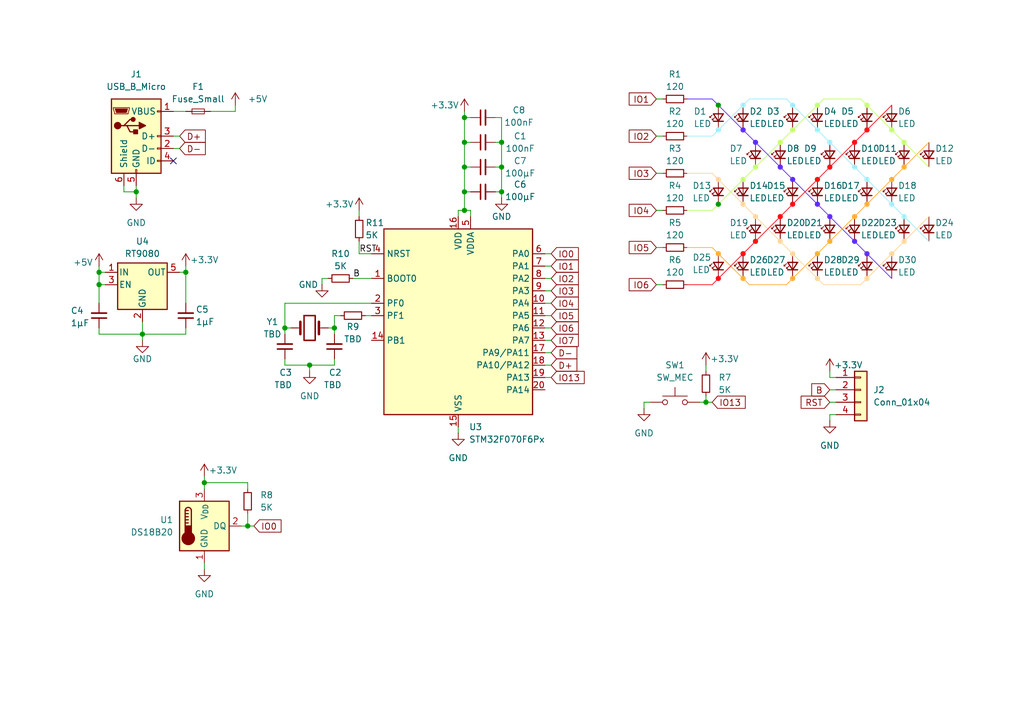
<source format=kicad_sch>
(kicad_sch (version 20231120) (generator "eeschema") (generator_version "8.0")
  (paper "A5")
  (title_block (date "2024-12-14") (rev "1"))
  (lib_symbols
    (symbol "Connector:USB_B_Micro" (pin_names (offset 1.016))
      (property "Reference" "J" (at -5.08 11.43 0))
      (property "Value" "USB_B_Micro" (at -5.08 8.89 0))
      (symbol "USB_B_Micro_0_1"
        (rectangle (start -5.08 -7.62) (end 5.08 7.62) (stroke (width 0.254)) (fill (type background)))
        (circle (center -3.81 2.159) (radius 0.635) (stroke (width 0.254)) (fill (type outline)))
        (circle (center -0.635 3.429) (radius 0.381) (stroke (width 0.254)) (fill (type outline)))
        (rectangle (start -0.127 -7.62) (end 0.127 -6.858))
        (polyline (pts (xy -1.905 2.159) (xy 0.635 2.159)) (stroke (width 0.254)))
        (polyline (pts (xy -3.175 2.159) (xy -2.54 2.159) (xy -1.27 3.429) (xy -0.635 3.429)) (stroke (width 0.254)))
        (polyline (pts (xy -2.54 2.159) (xy -1.905 2.159) (xy -1.27 0.889) (xy 0 0.889)) (stroke (width 0.254)))
        (polyline (pts (xy 0.635 2.794) (xy 0.635 1.524) (xy 1.905 2.159) (xy 0.635 2.794)) (stroke (width 0.254)) (fill (type outline)))
        (polyline (pts (xy -4.318 5.588) (xy -1.778 5.588) (xy -2.032 4.826) (xy -4.064 4.826) (xy -4.318 5.588)) (fill (type outline)))
        (polyline (pts (xy -4.699 5.842) (xy -4.699 5.588) (xy -4.445 4.826) (xy -4.445 4.572) (xy -1.651 4.572) (xy -1.651 4.826) (xy -1.397 5.588) (xy -1.397 5.842) (xy -4.699 5.842)))
        (rectangle (start 0.254 1.27) (end -0.508 0.508) (stroke (width 0.254)) (fill (type outline)))
        (rectangle (start 5.08 -5.207) (end 4.318 -4.953))
        (rectangle (start 5.08 -2.667) (end 4.318 -2.413))
        (rectangle (start 5.08 -0.127) (end 4.318 0.127))
        (rectangle (start 5.08 4.953) (end 4.318 5.207))
      )
      (symbol "USB_B_Micro_1_1"
        (pin power_out line (at 7.62 5.08 180) (length 2.54) (name "VBUS") (number "1"))
        (pin bidirectional line (at 7.62 -2.54 180) (length 2.54) (name "D-") (number "2"))
        (pin bidirectional line (at 7.62 0 180) (length 2.54) (name "D+") (number "3"))
        (pin passive line (at 7.62 -5.08 180) (length 2.54) (name "ID") (number "4"))
        (pin power_out line (at 0 -10.16 90) (length 2.54) (name "GND") (number "5"))
        (pin passive line (at -2.54 -10.16 90) (length 2.54) (name "Shield") (number "6"))
      )
    )
    (symbol "Connector_Generic:Conn_01x04" (pin_names (offset 1.016) hide)
      (property "Reference" "J" (at 0 5.08 0))
      (property "Value" "Conn_01x04" (at 0 -7.62 0))
      (symbol "Conn_01x04_1_1"
        (rectangle (start -1.27 -4.953) (end 0 -5.207) (stroke (width 0.1524)))
        (rectangle (start -1.27 -2.413) (end 0 -2.667) (stroke (width 0.1524)))
        (rectangle (start -1.27 0.127) (end 0 -0.127) (stroke (width 0.1524)))
        (rectangle (start -1.27 2.667) (end 0 2.413) (stroke (width 0.1524)))
        (rectangle (start -1.27 3.81) (end 1.27 -6.35) (stroke (width 0.254)) (fill (type background)))
        (pin passive line (at -5.08 2.54 0) (length 3.81) (name "Pin_1") (number "1"))
        (pin passive line (at -5.08 0 0) (length 3.81) (name "Pin_2") (number "2"))
        (pin passive line (at -5.08 -2.54 0) (length 3.81) (name "Pin_3") (number "3"))
        (pin passive line (at -5.08 -5.08 0) (length 3.81) (name "Pin_4") (number "4"))
      )
    )
    (symbol "Device:C_Small" (pin_numbers hide) (pin_names (offset 0.254) hide)
      (property "Reference" "C" (at 0.254 1.778 0))
      (property "Value" "C_Small" (at 0.254 -2.032 0))
      (symbol "C_Small_0_1"
        (polyline (pts (xy -1.524 -0.508) (xy 1.524 -0.508)) (stroke (width 0.3302)))
        (polyline (pts (xy -1.524 0.508) (xy 1.524 0.508)) (stroke (width 0.3048)))
      )
      (symbol "C_Small_1_1"
        (pin passive line (at 0 2.54 270) (length 2.032) (name "~") (number "1"))
        (pin passive line (at 0 -2.54 90) (length 2.032) (name "~") (number "2"))
      )
    )
    (symbol "Device:Crystal" (pin_numbers hide) (pin_names (offset 1.016) hide)
      (property "Reference" "Y" (at 0 3.81 0))
      (property "Value" "Crystal" (at 0 -3.81 0))
      (symbol "Crystal_0_1"
        (rectangle (start -1.143 2.54) (end 1.143 -2.54) (stroke (width 0.3048)))
        (polyline (pts (xy -2.54 0) (xy -1.905 0)))
        (polyline (pts (xy -1.905 -1.27) (xy -1.905 1.27)) (stroke (width 0.508)))
        (polyline (pts (xy 1.905 -1.27) (xy 1.905 1.27)) (stroke (width 0.508)))
        (polyline (pts (xy 2.54 0) (xy 1.905 0)))
      )
      (symbol "Crystal_1_1"
        (pin passive line (at -3.81 0 0) (length 1.27) (name "1") (number "1"))
        (pin passive line (at 3.81 0 180) (length 1.27) (name "2") (number "2"))
      )
    )
    (symbol "Device:Fuse_Small" (pin_numbers hide) (pin_names (offset 0.254) hide)
      (property "Reference" "F" (at 0 -1.524 0))
      (property "Value" "Fuse_Small" (at 0 1.524 0))
      (symbol "Fuse_Small_0_1"
        (rectangle (start -1.27 0.508) (end 1.27 -0.508))
        (polyline (pts (xy -1.27 0) (xy 1.27 0)))
      )
      (symbol "Fuse_Small_1_1"
        (pin passive line (at -2.54 0 0) (length 1.27) (name "~") (number "1"))
        (pin passive line (at 2.54 0 180) (length 1.27) (name "~") (number "2"))
      )
    )
    (symbol "Device:LED_Small" (pin_numbers hide) (pin_names (offset 0.254) hide)
      (property "Reference" "D" (at -1.27 3.175 0))
      (property "Value" "LED_Small" (at -4.445 -2.54 0))
      (symbol "LED_Small_0_1"
        (polyline (pts (xy -0.762 -1.016) (xy -0.762 1.016)) (stroke (width 0.254)))
        (polyline (pts (xy 1.016 0) (xy -0.762 0)))
        (polyline (pts (xy 0.762 -1.016) (xy -0.762 0) (xy 0.762 1.016) (xy 0.762 -1.016)) (stroke (width 0.254)))
        (polyline (pts (xy 0 0.762) (xy -0.508 1.27) (xy -0.254 1.27) (xy -0.508 1.27) (xy -0.508 1.016)))
        (polyline (pts (xy 0.508 1.27) (xy 0 1.778) (xy 0.254 1.778) (xy 0 1.778) (xy 0 1.524)))
      )
      (symbol "LED_Small_1_1"
        (pin passive line (at -2.54 0 0) (length 1.778) (name "K") (number "1"))
        (pin passive line (at 2.54 0 180) (length 1.778) (name "A") (number "2"))
      )
    )
    (symbol "Device:R_Small" (pin_numbers hide) (pin_names (offset 0.254) hide)
      (property "Reference" "R" (at 0.762 0.508 0))
      (property "Value" "R_Small" (at 0.762 -1.016 0))
      (symbol "R_Small_0_1"
        (rectangle (start -0.762 1.778) (end 0.762 -1.778) (stroke (width 0.2032)))
      )
      (symbol "R_Small_1_1"
        (pin passive line (at 0 2.54 270) (length 0.762) (name "~") (number "1"))
        (pin passive line (at 0 -2.54 90) (length 0.762) (name "~") (number "2"))
      )
    )
    (symbol "MCU_ST_STM32F0:STM32F070F6Px"
      (property "Reference" "U" (at -15.24 21.59 0))
      (property "Value" "STM32F070F6Px" (at 5.08 21.59 0))
      (symbol "STM32F070F6Px_0_1"
        (rectangle (start -15.24 -17.78) (end 15.24 20.32) (stroke (width 0.254)) (fill (type background)))
      )
      (symbol "STM32F070F6Px_1_1"
        (pin input line (at -17.78 10.16 0) (length 2.54) (name "BOOT0") (number "1"))
        (pin bidirectional line (at 17.78 5.08 180) (length 2.54) (name "PA4") (number "10"))
        (pin bidirectional line (at 17.78 2.54 180) (length 2.54) (name "PA5") (number "11"))
        (pin bidirectional line (at 17.78 0 180) (length 2.54) (name "PA6") (number "12"))
        (pin bidirectional line (at 17.78 -2.54 180) (length 2.54) (name "PA7") (number "13"))
        (pin bidirectional line (at -17.78 -2.54 0) (length 2.54) (name "PB1") (number "14"))
        (pin power_in line (at 0 -20.32 90) (length 2.54) (name "VSS") (number "15"))
        (pin power_in line (at 0 22.86 270) (length 2.54) (name "VDD") (number "16"))
        (pin bidirectional line (at 17.78 -5.08 180) (length 2.54) (name "PA9/PA11") (number "17"))
        (pin bidirectional line (at 17.78 -7.62 180) (length 2.54) (name "PA10/PA12") (number "18"))
        (pin bidirectional line (at 17.78 -10.16 180) (length 2.54) (name "PA13") (number "19"))
        (pin bidirectional line (at -17.78 5.08 0) (length 2.54) (name "PF0") (number "2"))
        (pin bidirectional line (at 17.78 -12.7 180) (length 2.54) (name "PA14") (number "20"))
        (pin bidirectional line (at -17.78 2.54 0) (length 2.54) (name "PF1") (number "3"))
        (pin input line (at -17.78 15.24 0) (length 2.54) (name "NRST") (number "4"))
        (pin power_in line (at 2.54 22.86 270) (length 2.54) (name "VDDA") (number "5"))
        (pin bidirectional line (at 17.78 15.24 180) (length 2.54) (name "PA0") (number "6"))
        (pin bidirectional line (at 17.78 12.7 180) (length 2.54) (name "PA1") (number "7"))
        (pin bidirectional line (at 17.78 10.16 180) (length 2.54) (name "PA2") (number "8"))
        (pin bidirectional line (at 17.78 7.62 180) (length 2.54) (name "PA3") (number "9"))
      )
    )
    (symbol "Regulator_Linear:TLV75533PDBV" (pin_names (offset 0.254))
      (property "Reference" "U" (at -3.81 5.715 0))
      (property "Value" "TLV75533PDBV" (at 0 5.715 0))
      (symbol "TLV75533PDBV_0_1"
        (rectangle (start -5.08 4.445) (end 5.08 -5.08) (stroke (width 0.254)) (fill (type background)))
      )
      (symbol "TLV75533PDBV_1_1"
        (pin power_in line (at -7.62 2.54 0) (length 2.54) (name "IN") (number "1"))
        (pin power_in line (at 0 -7.62 90) (length 2.54) (name "GND") (number "2"))
        (pin input line (at -7.62 0 0) (length 2.54) (name "EN") (number "3"))
        (pin no_connect line (at 5.08 0 180) (length 2.54) hide (name "NC") (number "4"))
        (pin power_out line (at 7.62 2.54 180) (length 2.54) (name "OUT") (number "5"))
      )
    )
    (symbol "Sensor_Temperature:DS18B20"
      (property "Reference" "U" (at -3.81 6.35 0))
      (property "Value" "DS18B20" (at 6.35 6.35 0))
      (symbol "DS18B20_0_1"
        (rectangle (start -5.08 5.08) (end 5.08 -5.08) (stroke (width 0.254)) (fill (type background)))
        (circle (center -3.302 -2.54) (radius 1.27) (stroke (width 0.254)) (fill (type outline)))
        (rectangle (start -2.667 -1.905) (end -3.937 0) (stroke (width 0.254)) (fill (type outline)))
        (arc (start -2.667 3.175) (mid -3.302 3.8073) (end -3.937 3.175) (stroke (width 0.254)))
        (polyline (pts (xy -3.937 0.635) (xy -3.302 0.635)) (stroke (width 0.254)))
        (polyline (pts (xy -3.937 1.27) (xy -3.302 1.27)) (stroke (width 0.254)))
        (polyline (pts (xy -3.937 1.905) (xy -3.302 1.905)) (stroke (width 0.254)))
        (polyline (pts (xy -3.937 2.54) (xy -3.302 2.54)) (stroke (width 0.254)))
        (polyline (pts (xy -3.937 3.175) (xy -3.937 0)) (stroke (width 0.254)))
        (polyline (pts (xy -3.937 3.175) (xy -3.302 3.175)) (stroke (width 0.254)))
        (polyline (pts (xy -2.667 3.175) (xy -2.667 0)) (stroke (width 0.254)))
      )
      (symbol "DS18B20_1_1"
        (pin power_in line (at 0 -7.62 90) (length 2.54) (name "GND") (number "1"))
        (pin bidirectional line (at 7.62 0 180) (length 2.54) (name "DQ") (number "2"))
        (pin power_in line (at 0 7.62 270) (length 2.54) (name "V_{DD}") (number "3"))
      )
    )
    (symbol "Switch:SW_MEC_5G" (pin_numbers hide) (pin_names (offset 1.016) hide)
      (property "Reference" "SW" (at 1.27 2.54 0))
      (property "Value" "SW_MEC_5G" (at 0 -1.524 0))
      (symbol "SW_MEC_5G_0_1"
        (circle (center -2.032 0) (radius 0.508))
        (polyline (pts (xy 0 1.27) (xy 0 3.048)))
        (polyline (pts (xy 2.54 1.27) (xy -2.54 1.27)))
        (circle (center 2.032 0) (radius 0.508))
        (pin passive line (at -5.08 0 0) (length 2.54) (name "A") (number "1"))
        (pin passive line (at 5.08 0 180) (length 2.54) (name "B") (number "3"))
      )
      (symbol "SW_MEC_5G_1_1"
        (pin passive line (at -5.08 0 0) (length 2.54) hide (name "A") (number "2"))
        (pin passive line (at 5.08 0 180) (length 2.54) hide (name "B") (number "4"))
      )
    )
    (symbol "power:+3.3V" (power) (pin_names (offset 0))
      (property "Value" "+3.3V" (at 0 3.556 0))
      (symbol "+3.3V_0_1"
        (polyline (pts (xy -0.762 1.27) (xy 0 2.54)))
        (polyline (pts (xy 0 0) (xy 0 2.54)))
        (polyline (pts (xy 0 2.54) (xy 0.762 1.27)))
      )
      (symbol "+3.3V_1_1"
        (pin power_in line (at 0 0 90) (length 0) hide (name "+3.3V") (number "1"))
      )
    )
    (symbol "power:+5V" (power) (pin_numbers hide) (pin_names (offset 0) hide)
      (property "Value" "+5V" (at 0 3.556 0))
      (symbol "+5V_0_1"
        (polyline (pts (xy -0.762 1.27) (xy 0 2.54)))
        (polyline (pts (xy 0 0) (xy 0 2.54)))
        (polyline (pts (xy 0 2.54) (xy 0.762 1.27)))
      )
      (symbol "+5V_1_1"
        (pin power_in line (at 0 0 90) (length 0) (name "~") (number "1"))
      )
    )
    (symbol "power:GND" (power) (pin_numbers hide) (pin_names (offset 0) hide)
      (property "Value" "GND" (at 0 -3.81 0))
      (symbol "GND_0_1"
        (polyline (pts (xy 0 0) (xy 0 -1.27) (xy 1.27 -1.27) (xy 0 -2.54) (xy -1.27 -1.27) (xy 0 -1.27)))
      )
      (symbol "GND_1_1"
        (pin power_in line (at 0 0 270) (length 0) (name "~") (number "1"))
      )
    )
  )
  (junction (at 170.18 34.29) (color 255 11 16 1))
  (junction (at 152.4 36.83) (color 194 255 111 1))
  (junction (at 20.32 55.88))
  (junction (at 182.88 36.83) (color 255 171 53 1))
  (junction (at 50.8 107.95))
  (junction (at 162.56 36.83) (color 91 41 255 1))
  (junction (at 177.8 52.07) (color 91 41 255 1))
  (junction (at 160.02 34.29) (color 91 41 255 1))
  (junction (at 147.32 21.59))
  (junction (at 182.88 26.67) (color 194 255 111 1))
  (junction (at 162.56 26.67) (color 194 255 111 1))
  (junction (at 152.4 57.15) (color 255 171 53 1))
  (junction (at 29.21 68.58))
  (junction (at 63.5 74.93))
  (junction (at 167.64 26.67) (color 159 236 255 1))
  (junction (at 147.32 41.91))
  (junction (at 185.42 49.53) (color 255 212 152 1))
  (junction (at 147.32 36.83) (color 255 212 152 1))
  (junction (at 167.64 41.91) (color 91 41 255 1))
  (junction (at 167.64 36.83) (color 255 11 16 1))
  (junction (at 152.4 41.91) (color 255 212 152 1))
  (junction (at 147.32 52.07) (color 255 171 53 1))
  (junction (at 177.8 21.59) (color 194 255 111 1))
  (junction (at 167.64 21.59) (color 194 255 111 1))
  (junction (at 175.26 34.29) (color 159 236 255 1))
  (junction (at 154.94 29.21) (color 91 41 255 1))
  (junction (at 95.25 34.29))
  (junction (at 144.78 82.55))
  (junction (at 102.87 39.37))
  (junction (at 162.56 57.15) (color 255 171 53 1))
  (junction (at 170.18 29.21) (color 159 236 255 1))
  (junction (at 175.26 44.45) (color 255 171 53 1))
  (junction (at 177.8 41.91) (color 255 171 53 1))
  (junction (at 68.58 67.31))
  (junction (at 152.4 52.07) (color 255 11 16 1))
  (junction (at 27.94 39.37))
  (junction (at 182.88 41.91) (color 159 236 255 1))
  (junction (at 154.94 34.29) (color 194 255 111 1))
  (junction (at 185.42 44.45) (color 159 236 255 1))
  (junction (at 102.87 29.21))
  (junction (at 167.64 57.15) (color 255 212 152 1))
  (junction (at 167.64 52.07) (color 255 171 53 1))
  (junction (at 160.02 49.53) (color 255 212 152 1))
  (junction (at 95.25 39.37))
  (junction (at 162.56 21.59) (color 159 236 255 1))
  (junction (at 41.91 99.06))
  (junction (at 170.18 44.45) (color 91 41 255 1))
  (junction (at 185.42 29.21) (color 194 255 111 1))
  (junction (at 38.1 55.88))
  (junction (at 175.26 29.21) (color 255 11 16 1))
  (junction (at 182.88 52.07) (color 255 212 152 1))
  (junction (at 177.8 26.67) (color 255 11 16 1))
  (junction (at 162.56 41.91) (color 255 11 16 1))
  (junction (at 95.25 43.18))
  (junction (at 177.8 36.83) (color 159 236 255 1))
  (junction (at 170.18 49.53) (color 255 171 53 1))
  (junction (at 147.32 57.15) (color 255 11 16 1))
  (junction (at 152.4 21.59) (color 159 236 255 1))
  (junction (at 152.4 26.67) (color 91 41 255 1))
  (junction (at 58.42 67.31))
  (junction (at 177.8 57.15) (color 255 212 152 1))
  (junction (at 160.02 44.45) (color 255 11 16 1))
  (junction (at 162.56 52.07) (color 255 212 152 1))
  (junction (at 154.94 44.45) (color 255 212 152 1))
  (junction (at 95.25 29.21))
  (junction (at 95.25 24.13))
  (junction (at 147.32 26.67) (color 159 236 255 1))
  (junction (at 160.02 29.21) (color 194 255 111 1))
  (junction (at 175.26 49.53) (color 91 41 255 1))
  (junction (at 102.87 34.29))
  (junction (at 20.32 58.42))
  (junction (at 185.42 34.29) (color 255 171 53 1))
  (junction (at 154.94 49.53) (color 255 11 16 1))
  (no_connect (at 35.56 33.02))
  (wire (pts (xy 73.66 49.53) (xy 73.66 52.07)))
  (wire (pts (xy 101.6 39.37) (xy 102.87 39.37)))
  (wire (pts (xy 101.6 24.13) (xy 102.87 24.13)))
  (wire (pts (xy 182.88 41.91) (xy 185.42 44.45)) (stroke (width 0) (color 159 236 255 1)))
  (wire (pts (xy 170.18 86.36) (xy 170.18 85.09)))
  (wire (pts (xy 160.02 29.21) (xy 154.94 34.29)) (stroke (width 0) (color 194 255 111 1)))
  (wire (pts (xy 95.25 29.21) (xy 96.52 29.21)))
  (wire (pts (xy 171.45 85.09) (xy 170.18 85.09)))
  (wire (pts (xy 153.67 20.32) (xy 161.29 20.32)) (stroke (width 0) (color 159 236 255 1)))
  (wire (pts (xy 102.87 29.21) (xy 102.87 34.29)))
  (wire (pts (xy 95.25 43.18) (xy 93.98 43.18)))
  (wire (pts (xy 38.1 62.23) (xy 38.1 55.88)))
  (wire (pts (xy 69.85 64.77) (xy 68.58 64.77)))
  (wire (pts (xy 38.1 55.88) (xy 36.83 55.88)))
  (wire (pts (xy 175.26 34.29) (xy 177.8 36.83)) (stroke (width 0) (color 159 236 255 1)))
  (wire (pts (xy 38.1 54.61) (xy 38.1 55.88)))
  (wire (pts (xy 27.94 38.1) (xy 27.94 39.37)))
  (wire (pts (xy 140.97 58.42) (xy 146.05 58.42)) (stroke (width 0) (color 255 11 16 1)))
  (wire (pts (xy 63.5 74.93) (xy 63.5 76.2)))
  (wire (pts (xy 146.05 35.56) (xy 147.32 36.83)) (stroke (width 0) (color 255 212 152 1)))
  (wire (pts (xy 162.56 21.59) (xy 167.64 26.67)) (stroke (width 0) (color 159 236 255 1)))
  (wire (pts (xy 58.42 73.66) (xy 58.42 74.93)))
  (wire (pts (xy 113.03 59.69) (xy 111.76 59.69)))
  (wire (pts (xy 113.03 77.47) (xy 111.76 77.47)))
  (wire (pts (xy 177.8 21.59) (xy 182.88 26.67)) (stroke (width 0) (color 194 255 111 1)))
  (wire (pts (xy 185.42 49.53) (xy 190.5 44.45)) (stroke (width 0) (color 255 212 152 1)))
  (wire (pts (xy 58.42 67.31) (xy 58.42 68.58)))
  (wire (pts (xy 113.03 69.85) (xy 111.76 69.85)))
  (wire (pts (xy 154.94 34.29) (xy 152.4 36.83)) (stroke (width 0) (color 194 255 111 1)))
  (wire (pts (xy 167.64 52.07) (xy 162.56 57.15)) (stroke (width 0) (color 255 171 53 1)))
  (wire (pts (xy 134.62 43.18) (xy 135.89 43.18)))
  (wire (pts (xy 147.32 57.15) (xy 152.4 52.07)) (stroke (width 0) (color 255 11 16 1)))
  (wire (pts (xy 50.8 99.06) (xy 50.8 100.33)))
  (wire (pts (xy 95.25 29.21) (xy 95.25 34.29)))
  (wire (pts (xy 170.18 34.29) (xy 175.26 29.21)) (stroke (width 0) (color 255 11 16 1)))
  (wire (pts (xy 153.67 58.42) (xy 152.4 57.15)) (stroke (width 0) (color 255 171 53 1)))
  (wire (pts (xy 113.03 64.77) (xy 111.76 64.77)))
  (wire (pts (xy 96.52 43.18) (xy 96.52 44.45)))
  (wire (pts (xy 154.94 44.45) (xy 160.02 49.53)) (stroke (width 0) (color 255 212 152 1)))
  (wire (pts (xy 68.58 67.31) (xy 68.58 64.77)))
  (wire (pts (xy 20.32 67.31) (xy 20.32 68.58)))
  (wire (pts (xy 147.32 36.83) (xy 152.4 41.91)) (stroke (width 0) (color 255 212 152 1)))
  (wire (pts (xy 132.08 82.55) (xy 133.35 82.55)))
  (wire (pts (xy 185.42 29.21) (xy 190.5 34.29)) (stroke (width 0) (color 194 255 111 1)))
  (wire (pts (xy 113.03 67.31) (xy 111.76 67.31)))
  (wire (pts (xy 134.62 27.94) (xy 135.89 27.94)))
  (wire (pts (xy 147.32 41.91) (xy 146.05 43.18)) (stroke (width 0) (color 194 255 111 1)))
  (wire (pts (xy 167.64 21.59) (xy 168.91 20.32)) (stroke (width 0) (color 194 255 111 1)))
  (wire (pts (xy 167.64 57.15) (xy 168.91 58.42)) (stroke (width 0) (color 255 212 152 1)))
  (wire (pts (xy 152.4 52.07) (xy 154.94 49.53)) (stroke (width 0) (color 255 11 16 1)))
  (wire (pts (xy 152.4 36.83) (xy 147.32 41.91)) (stroke (width 0) (color 194 255 111 1)))
  (wire (pts (xy 95.25 39.37) (xy 96.52 39.37)))
  (wire (pts (xy 25.4 39.37) (xy 27.94 39.37)))
  (wire (pts (xy 95.25 34.29) (xy 96.52 34.29)))
  (wire (pts (xy 175.26 49.53) (xy 177.8 52.07)) (stroke (width 0) (color 91 41 255 1)))
  (wire (pts (xy 182.88 52.07) (xy 185.42 49.53)) (stroke (width 0) (color 255 212 152 1)))
  (wire (pts (xy 134.62 50.8) (xy 135.89 50.8)))
  (wire (pts (xy 95.25 43.18) (xy 96.52 43.18)))
  (wire (pts (xy 162.56 52.07) (xy 167.64 57.15)) (stroke (width 0) (color 255 212 152 1)))
  (wire (pts (xy 140.97 50.8) (xy 146.05 50.8)) (stroke (width 0) (color 255 171 53 1)))
  (wire (pts (xy 177.8 57.15) (xy 182.88 52.07)) (stroke (width 0) (color 255 212 152 1)))
  (wire (pts (xy 101.6 34.29) (xy 102.87 34.29)))
  (wire (pts (xy 160.02 44.45) (xy 162.56 41.91)) (stroke (width 0) (color 255 11 16 1)))
  (wire (pts (xy 147.32 21.59) (xy 146.05 20.32)) (stroke (width 0) (color 91 41 255 1)))
  (wire (pts (xy 59.69 67.31) (xy 58.42 67.31)))
  (wire (pts (xy 167.64 41.91) (xy 170.18 44.45)) (stroke (width 0) (color 91 41 255 1)))
  (wire (pts (xy 140.97 35.56) (xy 146.05 35.56)) (stroke (width 0) (color 255 212 152 1)))
  (wire (pts (xy 68.58 67.31) (xy 68.58 68.58)))
  (wire (pts (xy 176.53 20.32) (xy 177.8 21.59)) (stroke (width 0) (color 194 255 111 1)))
  (wire (pts (xy 160.02 34.29) (xy 162.56 36.83)) (stroke (width 0) (color 91 41 255 1)))
  (wire (pts (xy 140.97 20.32) (xy 146.05 20.32)) (stroke (width 0) (color 91 41 255 1)))
  (wire (pts (xy 190.5 29.21) (xy 185.42 34.29)) (stroke (width 0) (color 255 171 53 1)))
  (wire (pts (xy 146.05 27.94) (xy 147.32 26.67)) (stroke (width 0) (color 159 236 255 1)))
  (wire (pts (xy 144.78 81.28) (xy 144.78 82.55)))
  (wire (pts (xy 20.32 55.88) (xy 20.32 58.42)))
  (wire (pts (xy 36.83 27.94) (xy 35.56 27.94)))
  (wire (pts (xy 72.39 57.15) (xy 76.2 57.15)))
  (wire (pts (xy 167.64 21.59) (xy 162.56 26.67)) (stroke (width 0) (color 194 255 111 1)))
  (wire (pts (xy 113.03 62.23) (xy 111.76 62.23)))
  (wire (pts (xy 49.53 107.95) (xy 50.8 107.95)))
  (wire (pts (xy 144.78 82.55) (xy 146.05 82.55)))
  (wire (pts (xy 66.04 58.42) (xy 66.04 57.15)))
  (wire (pts (xy 95.25 22.86) (xy 95.25 24.13)))
  (wire (pts (xy 95.25 24.13) (xy 95.25 29.21)))
  (wire (pts (xy 134.62 20.32) (xy 135.89 20.32)))
  (wire (pts (xy 170.18 49.53) (xy 167.64 52.07)) (stroke (width 0) (color 255 171 53 1)))
  (wire (pts (xy 102.87 24.13) (xy 102.87 29.21)))
  (wire (pts (xy 185.42 34.29) (xy 182.88 36.83)) (stroke (width 0) (color 255 171 53 1)))
  (wire (pts (xy 154.94 29.21) (xy 160.02 34.29)) (stroke (width 0) (color 91 41 255 1)))
  (wire (pts (xy 162.56 41.91) (xy 167.64 36.83)) (stroke (width 0) (color 255 11 16 1)))
  (wire (pts (xy 29.21 66.04) (xy 29.21 68.58)))
  (wire (pts (xy 38.1 22.86) (xy 35.56 22.86)))
  (wire (pts (xy 25.4 38.1) (xy 25.4 39.37)))
  (wire (pts (xy 20.32 58.42) (xy 21.59 58.42)))
  (wire (pts (xy 176.53 58.42) (xy 177.8 57.15)) (stroke (width 0) (color 255 212 152 1)))
  (wire (pts (xy 95.25 39.37) (xy 95.25 43.18)))
  (wire (pts (xy 175.26 44.45) (xy 170.18 49.53)) (stroke (width 0) (color 255 171 53 1)))
  (wire (pts (xy 144.78 74.93) (xy 144.78 76.2)))
  (wire (pts (xy 170.18 76.2) (xy 170.18 77.47)))
  (wire (pts (xy 154.94 49.53) (xy 160.02 44.45)) (stroke (width 0) (color 255 11 16 1)))
  (wire (pts (xy 147.32 52.07) (xy 146.05 50.8)) (stroke (width 0) (color 255 171 53 1)))
  (wire (pts (xy 162.56 36.83) (xy 167.64 41.91)) (stroke (width 0) (color 91 41 255 1)))
  (wire (pts (xy 152.4 21.59) (xy 153.67 20.32)) (stroke (width 0) (color 159 236 255 1)))
  (wire (pts (xy 140.97 27.94) (xy 146.05 27.94)) (stroke (width 0) (color 159 236 255 1)))
  (wire (pts (xy 73.66 52.07) (xy 76.2 52.07)))
  (wire (pts (xy 58.42 62.23) (xy 58.42 67.31)))
  (wire (pts (xy 177.8 52.07) (xy 182.88 57.15)) (stroke (width 0) (color 91 41 255 1)))
  (wire (pts (xy 134.62 35.56) (xy 135.89 35.56)))
  (wire (pts (xy 58.42 62.23) (xy 76.2 62.23)))
  (wire (pts (xy 177.8 36.83) (xy 182.88 41.91)) (stroke (width 0) (color 159 236 255 1)))
  (wire (pts (xy 152.4 26.67) (xy 154.94 29.21)) (stroke (width 0) (color 91 41 255 1)))
  (wire (pts (xy 95.25 34.29) (xy 95.25 39.37)))
  (wire (pts (xy 66.04 57.15) (xy 67.31 57.15)))
  (wire (pts (xy 20.32 55.88) (xy 21.59 55.88)))
  (wire (pts (xy 68.58 74.93) (xy 63.5 74.93)))
  (wire (pts (xy 167.64 26.67) (xy 170.18 29.21)) (stroke (width 0) (color 159 236 255 1)))
  (wire (pts (xy 93.98 43.18) (xy 93.98 44.45)))
  (wire (pts (xy 170.18 80.01) (xy 171.45 80.01)))
  (wire (pts (xy 74.93 64.77) (xy 76.2 64.77)))
  (wire (pts (xy 113.03 72.39) (xy 111.76 72.39)))
  (wire (pts (xy 50.8 105.41) (xy 50.8 107.95)))
  (wire (pts (xy 177.8 41.91) (xy 175.26 44.45)) (stroke (width 0) (color 255 171 53 1)))
  (wire (pts (xy 182.88 26.67) (xy 185.42 29.21)) (stroke (width 0) (color 194 255 111 1)))
  (wire (pts (xy 185.42 44.45) (xy 190.5 49.53)) (stroke (width 0) (color 159 236 255 1)))
  (wire (pts (xy 177.8 26.67) (xy 182.88 21.59)) (stroke (width 0) (color 255 11 16 1)))
  (wire (pts (xy 168.91 58.42) (xy 176.53 58.42)) (stroke (width 0) (color 255 212 152 1)))
  (wire (pts (xy 48.26 21.59) (xy 48.26 22.86)))
  (wire (pts (xy 140.97 43.18) (xy 146.05 43.18)) (stroke (width 0) (color 194 255 111 1)))
  (wire (pts (xy 182.88 36.83) (xy 177.8 41.91)) (stroke (width 0) (color 255 171 53 1)))
  (wire (pts (xy 170.18 82.55) (xy 171.45 82.55)))
  (wire (pts (xy 170.18 77.47) (xy 171.45 77.47)))
  (wire (pts (xy 113.03 57.15) (xy 111.76 57.15)))
  (wire (pts (xy 73.66 43.18) (xy 73.66 44.45)))
  (wire (pts (xy 50.8 107.95) (xy 52.07 107.95)))
  (wire (pts (xy 36.83 30.48) (xy 35.56 30.48)))
  (wire (pts (xy 153.67 58.42) (xy 161.29 58.42)) (stroke (width 0) (color 255 171 53 1)))
  (wire (pts (xy 38.1 67.31) (xy 38.1 68.58)))
  (wire (pts (xy 160.02 49.53) (xy 162.56 52.07)) (stroke (width 0) (color 255 212 152 1)))
  (wire (pts (xy 102.87 39.37) (xy 102.87 40.64)))
  (wire (pts (xy 93.98 87.63) (xy 93.98 88.9)))
  (wire (pts (xy 101.6 29.21) (xy 102.87 29.21)))
  (wire (pts (xy 147.32 26.67) (xy 152.4 21.59)) (stroke (width 0) (color 159 236 255 1)))
  (wire (pts (xy 113.03 54.61) (xy 111.76 54.61)))
  (wire (pts (xy 27.94 40.64) (xy 27.94 39.37)))
  (wire (pts (xy 167.64 36.83) (xy 170.18 34.29)) (stroke (width 0) (color 255 11 16 1)))
  (wire (pts (xy 68.58 73.66) (xy 68.58 74.93)))
  (wire (pts (xy 113.03 52.07) (xy 111.76 52.07)))
  (wire (pts (xy 134.62 58.42) (xy 135.89 58.42)))
  (wire (pts (xy 170.18 29.21) (xy 175.26 34.29)) (stroke (width 0) (color 159 236 255 1)))
  (wire (pts (xy 102.87 34.29) (xy 102.87 39.37)))
  (wire (pts (xy 132.08 83.82) (xy 132.08 82.55)))
  (wire (pts (xy 143.51 82.55) (xy 144.78 82.55)))
  (wire (pts (xy 161.29 20.32) (xy 162.56 21.59)) (stroke (width 0) (color 159 236 255 1)))
  (wire (pts (xy 63.5 74.93) (xy 58.42 74.93)))
  (wire (pts (xy 168.91 20.32) (xy 176.53 20.32)) (stroke (width 0) (color 194 255 111 1)))
  (wire (pts (xy 146.05 58.42) (xy 147.32 57.15)) (stroke (width 0) (color 255 11 16 1)))
  (wire (pts (xy 29.21 68.58) (xy 29.21 69.85)))
  (wire (pts (xy 20.32 54.61) (xy 20.32 55.88)))
  (wire (pts (xy 41.91 99.06) (xy 41.91 100.33)))
  (wire (pts (xy 175.26 29.21) (xy 177.8 26.67)) (stroke (width 0) (color 255 11 16 1)))
  (wire (pts (xy 113.03 74.93) (xy 111.76 74.93)))
  (wire (pts (xy 41.91 115.57) (xy 41.91 116.84)))
  (wire (pts (xy 152.4 57.15) (xy 147.32 52.07)) (stroke (width 0) (color 255 171 53 1)))
  (wire (pts (xy 20.32 58.42) (xy 20.32 62.23)))
  (wire (pts (xy 48.26 22.86) (xy 43.18 22.86)))
  (wire (pts (xy 152.4 41.91) (xy 154.94 44.45)) (stroke (width 0) (color 255 212 152 1)))
  (wire (pts (xy 147.32 21.59) (xy 152.4 26.67)) (stroke (width 0) (color 91 41 255 1)))
  (wire (pts (xy 38.1 68.58) (xy 29.21 68.58)))
  (wire (pts (xy 160.02 29.21) (xy 162.56 26.67)) (stroke (width 0) (color 194 255 111 1)))
  (wire (pts (xy 170.18 44.45) (xy 175.26 49.53)) (stroke (width 0) (color 91 41 255 1)))
  (wire (pts (xy 41.91 97.79) (xy 41.91 99.06)))
  (wire (pts (xy 20.32 68.58) (xy 29.21 68.58)))
  (wire (pts (xy 68.58 67.31) (xy 67.31 67.31)))
  (wire (pts (xy 162.56 57.15) (xy 161.29 58.42)) (stroke (width 0) (color 255 171 53 1)))
  (wire (pts (xy 95.25 24.13) (xy 96.52 24.13)))
  (wire (pts (xy 41.91 99.06) (xy 50.8 99.06)))
  (label "RST" (at 73.66 52.07 0))
  (label "B" (at 72.39 57.15 0))
  (global_label "IO2" (shape input) (at 134.62 27.94 180) (property "Intersheetrefs" "${INTERSHEET_REFS}" (effects (hide yes))))
  (global_label "D-" (shape input) (at 113.03 72.39 0) (property "Intersheetrefs" "${INTERSHEET_REFS}" (effects (hide yes))))
  (global_label "IO3" (shape input) (at 134.62 35.56 180) (property "Intersheetrefs" "${INTERSHEET_REFS}" (effects (hide yes))))
  (global_label "IO1" (shape input) (at 113.03 54.61 0) (property "Intersheetrefs" "${INTERSHEET_REFS}" (effects (hide yes))))
  (global_label "IO1" (shape input) (at 134.62 20.32 180) (property "Intersheetrefs" "${INTERSHEET_REFS}" (effects (hide yes))))
  (global_label "D+" (shape input) (at 36.83 27.94 0) (property "Intersheetrefs" "${INTERSHEET_REFS}" (effects (hide yes))))
  (global_label "IO13" (shape input) (at 113.03 77.47 0) (property "Intersheetrefs" "${INTERSHEET_REFS}" (effects (hide yes))))
  (global_label "IO5" (shape input) (at 134.62 50.8 180) (property "Intersheetrefs" "${INTERSHEET_REFS}" (effects (hide yes))))
  (global_label "RST" (shape input) (at 170.18 82.55 180) (property "Intersheetrefs" "${INTERSHEET_REFS}" (effects (hide yes))))
  (global_label "IO3" (shape input) (at 113.03 59.69 0) (property "Intersheetrefs" "${INTERSHEET_REFS}" (effects (hide yes))))
  (global_label "IO13" (shape input) (at 146.05 82.55 0) (property "Intersheetrefs" "${INTERSHEET_REFS}" (effects (hide yes))))
  (global_label "IO7" (shape input) (at 113.03 69.85 0) (property "Intersheetrefs" "${INTERSHEET_REFS}" (effects (hide yes))))
  (global_label "IO0" (shape input) (at 113.03 52.07 0) (property "Intersheetrefs" "${INTERSHEET_REFS}" (effects (hide yes))))
  (global_label "IO2" (shape input) (at 113.03 57.15 0) (property "Intersheetrefs" "${INTERSHEET_REFS}" (effects (hide yes))))
  (global_label "B" (shape input) (at 170.18 80.01 180) (property "Intersheetrefs" "${INTERSHEET_REFS}" (effects (hide yes))))
  (global_label "IO0" (shape input) (at 52.07 107.95 0) (property "Intersheetrefs" "${INTERSHEET_REFS}" (effects (hide yes))))
  (global_label "IO4" (shape input) (at 134.62 43.18 180) (property "Intersheetrefs" "${INTERSHEET_REFS}" (effects (hide yes))))
  (global_label "D-" (shape input) (at 36.83 30.48 0) (property "Intersheetrefs" "${INTERSHEET_REFS}" (effects (hide yes))))
  (global_label "IO5" (shape input) (at 113.03 64.77 0) (property "Intersheetrefs" "${INTERSHEET_REFS}" (effects (hide yes))))
  (global_label "D+" (shape input) (at 113.03 74.93 0) (property "Intersheetrefs" "${INTERSHEET_REFS}" (effects (hide yes))))
  (global_label "IO6" (shape input) (at 134.62 58.42 180) (property "Intersheetrefs" "${INTERSHEET_REFS}" (effects (hide yes))))
  (global_label "IO6" (shape input) (at 113.03 67.31 0) (property "Intersheetrefs" "${INTERSHEET_REFS}" (effects (hide yes))))
  (global_label "IO4" (shape input) (at 113.03 62.23 0) (property "Intersheetrefs" "${INTERSHEET_REFS}" (effects (hide yes))))
  (symbol (lib_id "Device:LED_Small") (at 162.56 24.13 90) (unit 1)
    (property "Reference" "D3" (at 157.226 22.86 90) (effects (justify right)))
    (property "Value" "LED" (at 157.226 25.4 90) (effects (justify right)))
    (property "Footprint" "LED_THT:LED_D3.0mm" (effects (hide yes)))
    (property "Description" "Light emitting diode, small symbol" (effects (hide yes)))
  )
  (symbol (lib_id "Regulator_Linear:TLV75533PDBV") (at 29.21 58.42 0) (unit 1)
    (property "Reference" "U4" (at 29.21 49.53 0))
    (property "Value" "RT9080" (at 29.21 52.07 0))
    (property "Footprint" "Package_TO_SOT_SMD:SOT-23-5" (effects (hide yes)))
    (property "Datasheet" "http://www.ti.com/lit/ds/symlink/tlv755p.pdf" (effects (hide yes)))
  )
  (symbol (lib_id "Device:C_Small") (at 99.06 29.21 90) (unit 1)
    (property "Reference" "C1" (at 106.68 27.94 90))
    (property "Value" "100nF" (at 106.68 30.48 90))
    (property "Footprint" "Capacitor_SMD:C_0805_2012Metric" (effects (hide yes)))
    (property "Description" "Unpolarized capacitor, small symbol" (effects (hide yes)))
  )
  (symbol (lib_id "MCU_ST_STM32F0:STM32F070F6Px") (at 93.98 67.31 0) (unit 1)
    (property "Reference" "U3" (at 96.1741 87.63 0) (effects (justify left)))
    (property "Value" "STM32F070F6Px" (at 96.1741 90.17 0) (effects (justify left)))
    (property "Footprint" "Package_SO:TSSOP-20_4.4x6.5mm_P0.65mm" (effects (hide yes)))
    (property "Datasheet" "https://www.st.com/resource/en/datasheet/stm32f070f6.pdf" (effects (hide yes)))
    (property "Description" "STMicroelectronics Arm Cortex-M0 MCU, 32KB flash, 6KB RAM, 48 MHz, 2.4-3.6V, 15 GPIO, TSSOP20" (effects (hide yes)))
  )
  (symbol (lib_id "Device:LED_Small") (at 190.5 31.75 90) (unit 1)
    (property "Reference" "D12" (at 191.77 30.48 90) (effects (justify right)))
    (property "Value" "LED" (at 191.77 33.02 90) (effects (justify right)))
    (property "Footprint" "LED_THT:LED_D3.0mm" (effects (hide yes)))
    (property "Description" "Light emitting diode, small symbol" (effects (hide yes)))
  )
  (symbol (lib_id "Device:LED_Small") (at 182.88 54.61 90) (unit 1)
    (property "Reference" "D30" (at 184.15 53.34 90) (effects (justify right)))
    (property "Value" "LED" (at 184.15 55.88 90) (effects (justify right)))
    (property "Footprint" "LED_THT:LED_D3.0mm" (effects (hide yes)))
    (property "Description" "Light emitting diode, small symbol" (effects (hide yes)))
  )
  (symbol (lib_id "power:GND") (at 27.94 40.64 0) (mirror y) (unit 1)
    (property "Reference" "#PWR012" (effects (hide yes)))
    (property "Value" "GND" (at 27.94 45.72 0))
    (property "Description" "Power symbol creates a global label with name \"GND\" , ground" (effects (hide yes)))
  )
  (symbol (lib_id "Device:R_Small") (at 138.43 58.42 90) (unit 1)
    (property "Reference" "R6" (at 138.43 53.34 90))
    (property "Value" "120" (at 138.43 55.88 90))
    (property "Footprint" "Resistor_SMD:R_0805_2012Metric" (effects (hide yes)))
    (property "Description" "Resistor, small symbol" (effects (hide yes)))
  )
  (symbol (lib_id "Device:R_Small") (at 144.78 78.74 0) (unit 1)
    (property "Reference" "R7" (at 147.32 77.4699 0) (effects (justify left)))
    (property "Value" "5K" (at 147.32 80.0099 0) (effects (justify left)))
    (property "Footprint" "Resistor_SMD:R_0805_2012Metric" (effects (hide yes)))
    (property "Description" "Resistor, small symbol" (effects (hide yes)))
  )
  (symbol (lib_id "Device:LED_Small") (at 147.32 39.37 90) (unit 1)
    (property "Reference" "D13" (at 141.986 38.1 90) (effects (justify right)))
    (property "Value" "LED" (at 141.986 40.64 90) (effects (justify right)))
    (property "Footprint" "LED_THT:LED_D3.0mm" (effects (hide yes)))
    (property "Description" "Light emitting diode, small symbol" (effects (hide yes)))
  )
  (symbol (lib_id "power:GND") (at 29.21 69.85 0) (unit 1)
    (property "Reference" "#PWR013" (effects (hide yes)))
    (property "Value" "GND" (at 29.21 73.66 0))
  )
  (symbol (lib_id "power:GND") (at 102.87 40.64 0) (unit 1)
    (property "Reference" "#PWR016" (effects (hide yes)))
    (property "Value" "GND" (at 102.87 44.45 0))
    (property "Description" "Power symbol creates a global label with name \"GND\" , ground" (effects (hide yes)))
  )
  (symbol (lib_id "Device:LED_Small") (at 177.8 39.37 90) (unit 1)
    (property "Reference" "D17" (at 172.466 38.1 90) (effects (justify right)))
    (property "Value" "LED" (at 172.466 40.64 90) (effects (justify right)))
    (property "Footprint" "LED_THT:LED_D3.0mm" (effects (hide yes)))
    (property "Description" "Light emitting diode, small symbol" (effects (hide yes)))
  )
  (symbol (lib_id "Device:LED_Small") (at 182.88 39.37 90) (unit 1)
    (property "Reference" "D18" (at 184.15 38.1 90) (effects (justify right)))
    (property "Value" "LED" (at 184.15 40.64 90) (effects (justify right)))
    (property "Footprint" "LED_THT:LED_D3.0mm" (effects (hide yes)))
    (property "Description" "Light emitting diode, small symbol" (effects (hide yes)))
  )
  (symbol (lib_id "Device:R_Small") (at 138.43 43.18 90) (unit 1)
    (property "Reference" "R4" (at 138.43 38.1 90))
    (property "Value" "120" (at 138.43 40.64 90))
    (property "Footprint" "Resistor_SMD:R_0805_2012Metric" (effects (hide yes)))
    (property "Description" "Resistor, small symbol" (effects (hide yes)))
  )
  (symbol (lib_id "Device:LED_Small") (at 167.64 39.37 90) (unit 1)
    (property "Reference" "D16" (at 168.91 38.1 90) (effects (justify right)))
    (property "Value" "LED" (at 168.91 40.64 90) (effects (justify right)))
    (property "Footprint" "LED_THT:LED_D3.0mm" (effects (hide yes)))
    (property "Description" "Light emitting diode, small symbol" (effects (hide yes)))
  )
  (symbol (lib_id "Device:LED_Small") (at 175.26 46.99 90) (unit 1)
    (property "Reference" "D22" (at 176.53 45.72 90) (effects (justify right)))
    (property "Value" "LED" (at 176.53 48.26 90) (effects (justify right)))
    (property "Footprint" "LED_THT:LED_D3.0mm" (effects (hide yes)))
    (property "Description" "Light emitting diode, small symbol" (effects (hide yes)))
  )
  (symbol (lib_id "Device:LED_Small") (at 152.4 54.61 90) (unit 1)
    (property "Reference" "D26" (at 153.67 53.34 90) (effects (justify right)))
    (property "Value" "LED" (at 153.67 55.88 90) (effects (justify right)))
    (property "Footprint" "LED_THT:LED_D3.0mm" (effects (hide yes)))
    (property "Description" "Light emitting diode, small symbol" (effects (hide yes)))
  )
  (symbol (lib_id "power:GND") (at 132.08 83.82 0) (unit 1)
    (property "Reference" "#PWR06" (effects (hide yes)))
    (property "Value" "GND" (at 132.08 88.9 0))
    (property "Description" "Power symbol creates a global label with name \"GND\" , ground" (effects (hide yes)))
  )
  (symbol (lib_id "Device:LED_Small") (at 162.56 39.37 90) (unit 1)
    (property "Reference" "D15" (at 157.226 38.1 90) (effects (justify right)))
    (property "Value" "LED" (at 157.226 40.64 90) (effects (justify right)))
    (property "Footprint" "LED_THT:LED_D3.0mm" (effects (hide yes)))
    (property "Description" "Light emitting diode, small symbol" (effects (hide yes)))
  )
  (symbol (lib_id "Device:R_Small") (at 69.85 57.15 90) (unit 1)
    (property "Reference" "R10" (at 69.85 52.07 90))
    (property "Value" "5K" (at 69.85 54.61 90))
    (property "Footprint" "Resistor_SMD:R_0805_2012Metric" (effects (hide yes)))
    (property "Description" "Resistor, small symbol" (effects (hide yes)))
  )
  (symbol (lib_id "power:GND") (at 93.98 88.9 0) (mirror y) (unit 1)
    (property "Reference" "#PWR02" (effects (hide yes)))
    (property "Value" "GND" (at 93.98 93.98 0))
    (property "Description" "Power symbol creates a global label with name \"GND\" , ground" (effects (hide yes)))
  )
  (symbol (lib_id "power:+3.3V") (at 41.91 97.79 0) (unit 1)
    (property "Reference" "#PWR03" (effects (hide yes)))
    (property "Value" "+3.3V" (at 45.72 96.52 0))
  )
  (symbol (lib_id "Device:LED_Small") (at 177.8 54.61 90) (unit 1)
    (property "Reference" "D29" (at 172.466 53.34 90) (effects (justify right)))
    (property "Value" "LED" (at 172.466 55.88 90) (effects (justify right)))
    (property "Footprint" "LED_THT:LED_D3.0mm" (effects (hide yes)))
    (property "Description" "Light emitting diode, small symbol" (effects (hide yes)))
  )
  (symbol (lib_id "power:GND") (at 66.04 58.42 0) (mirror y) (unit 1)
    (property "Reference" "#PWR010" (effects (hide yes)))
    (property "Value" "GND" (at 63.246 58.42 0))
    (property "Description" "Power symbol creates a global label with name \"GND\" , ground" (effects (hide yes)))
  )
  (symbol (lib_id "Device:R_Small") (at 138.43 20.32 90) (unit 1)
    (property "Reference" "R1" (at 138.43 15.24 90))
    (property "Value" "120" (at 138.43 17.78 90))
    (property "Footprint" "Resistor_SMD:R_0805_2012Metric" (effects (hide yes)))
    (property "Description" "Resistor, small symbol" (effects (hide yes)))
  )
  (symbol (lib_id "Device:C_Small") (at 20.32 64.77 180) (unit 1)
    (property "Reference" "C4" (at 14.478 63.754 0) (effects (justify right)))
    (property "Value" "1µF" (at 14.478 66.294 0) (effects (justify right)))
    (property "Footprint" "Capacitor_SMD:C_0805_2012Metric" (effects (hide yes)))
  )
  (symbol (lib_id "Device:C_Small") (at 38.1 64.77 180) (unit 1)
    (property "Reference" "C5" (at 40.132 63.5 0) (effects (justify right)))
    (property "Value" "1µF" (at 40.132 66.04 0) (effects (justify right)))
    (property "Footprint" "Capacitor_SMD:C_0805_2012Metric" (effects (hide yes)))
  )
  (symbol (lib_id "Device:LED_Small") (at 177.8 24.13 90) (unit 1)
    (property "Reference" "D5" (at 172.466 22.86 90) (effects (justify right)))
    (property "Value" "LED" (at 172.466 25.4 90) (effects (justify right)))
    (property "Footprint" "LED_THT:LED_D3.0mm" (effects (hide yes)))
    (property "Description" "Light emitting diode, small symbol" (effects (hide yes)))
  )
  (symbol (lib_id "Device:Fuse_Small") (at 40.64 22.86 0) (unit 1)
    (property "Reference" "F1" (at 40.64 17.78 0))
    (property "Value" "Fuse_Small" (at 40.64 20.32 0))
    (property "Footprint" "Fuse:Fuse_1206_3216Metric" (effects (hide yes)))
    (property "Description" "Fuse, small symbol" (effects (hide yes)))
  )
  (symbol (lib_id "Device:LED_Small") (at 190.5 46.99 90) (unit 1)
    (property "Reference" "D24" (at 191.77 45.72 90) (effects (justify right)))
    (property "Value" "LED" (at 191.77 48.26 90) (effects (justify right)))
    (property "Footprint" "LED_THT:LED_D3.0mm" (effects (hide yes)))
    (property "Description" "Light emitting diode, small symbol" (effects (hide yes)))
  )
  (symbol (lib_id "power:+3.3V") (at 95.25 22.86 0) (unit 1)
    (property "Reference" "#PWR014" (effects (hide yes)))
    (property "Value" "+3.3V" (at 91.186 21.59 0))
  )
  (symbol (lib_id "Device:Crystal") (at 63.5 67.31 0) (mirror y) (unit 1)
    (property "Reference" "Y1" (at 55.88 66.04 0))
    (property "Value" "TBD" (at 55.88 68.58 0))
    (property "Footprint" "Crystal:Crystal_HC18-U_Vertical" (effects (hide yes)))
    (property "Description" "Two pin crystal" (effects (hide yes)))
  )
  (symbol (lib_id "Device:LED_Small") (at 162.56 54.61 90) (unit 1)
    (property "Reference" "D27" (at 157.226 53.34 90) (effects (justify right)))
    (property "Value" "LED" (at 157.226 55.88 90) (effects (justify right)))
    (property "Footprint" "LED_THT:LED_D3.0mm" (effects (hide yes)))
    (property "Description" "Light emitting diode, small symbol" (effects (hide yes)))
  )
  (symbol (lib_id "Device:LED_Small") (at 167.64 54.61 90) (unit 1)
    (property "Reference" "D28" (at 168.91 53.34 90) (effects (justify right)))
    (property "Value" "LED" (at 168.91 55.88 90) (effects (justify right)))
    (property "Footprint" "LED_THT:LED_D3.0mm" (effects (hide yes)))
    (property "Description" "Light emitting diode, small symbol" (effects (hide yes)))
  )
  (symbol (lib_id "Device:C_Small") (at 68.58 71.12 0) (mirror x) (unit 1)
    (property "Reference" "C2" (at 70.104 76.454 0) (effects (justify right)))
    (property "Value" "TBD" (at 70.104 78.994 0) (effects (justify right)))
    (property "Footprint" "Capacitor_SMD:C_0805_2012Metric" (effects (hide yes)))
    (property "Description" "Unpolarized capacitor, small symbol" (effects (hide yes)))
  )
  (symbol (lib_id "Device:R_Small") (at 138.43 50.8 90) (unit 1)
    (property "Reference" "R5" (at 138.43 45.72 90))
    (property "Value" "120" (at 138.43 48.26 90))
    (property "Footprint" "Resistor_SMD:R_0805_2012Metric" (effects (hide yes)))
    (property "Description" "Resistor, small symbol" (effects (hide yes)))
  )
  (symbol (lib_id "Device:R_Small") (at 73.66 46.99 180) (unit 1)
    (property "Reference" "R11" (at 74.93 45.72 0) (effects (justify right)))
    (property "Value" "5K" (at 74.93 48.26 0) (effects (justify right)))
    (property "Footprint" "Resistor_SMD:R_0805_2012Metric" (effects (hide yes)))
    (property "Description" "Resistor, small symbol" (effects (hide yes)))
  )
  (symbol (lib_id "Connector:USB_B_Micro") (at 27.94 27.94 0) (unit 1)
    (property "Reference" "J1" (at 27.94 15.24 0))
    (property "Value" "USB_B_Micro" (at 27.94 17.78 0))
    (property "Footprint" "Connector_USB:USB_Micro-B_Wuerth_629105150521_CircularHoles" (effects (hide yes)))
    (property "Description" "USB Micro Type B connector" (effects (hide yes)))
  )
  (symbol (lib_id "Device:LED_Small") (at 147.32 24.13 90) (unit 1)
    (property "Reference" "D1" (at 142.24 22.86 90) (effects (justify right)))
    (property "Value" "LED" (at 142.24 25.4 90) (effects (justify right)))
    (property "Footprint" "LED_THT:LED_D3.0mm" (effects (hide yes)))
    (property "Description" "Light emitting diode, small symbol" (effects (hide yes)))
  )
  (symbol (lib_id "Device:R_Small") (at 138.43 27.94 90) (unit 1)
    (property "Reference" "R2" (at 138.43 22.86 90))
    (property "Value" "120" (at 138.43 25.4 90))
    (property "Footprint" "Resistor_SMD:R_0805_2012Metric" (effects (hide yes)))
    (property "Description" "Resistor, small symbol" (effects (hide yes)))
  )
  (symbol (lib_id "power:+5V") (at 20.32 54.61 0) (unit 1)
    (property "Reference" "#PWR01" (effects (hide yes)))
    (property "Value" "+5V" (at 14.986 53.848 0) (effects (justify left)))
    (property "Description" "Power symbol creates a global label with name \"+5V\"" (effects (hide yes)))
  )
  (symbol (lib_id "Device:C_Small") (at 58.42 71.12 0) (mirror x) (unit 1)
    (property "Reference" "C3" (at 59.944 76.454 0) (effects (justify right)))
    (property "Value" "TBD" (at 59.944 78.994 0) (effects (justify right)))
    (property "Footprint" "Capacitor_SMD:C_0805_2012Metric" (effects (hide yes)))
    (property "Description" "Unpolarized capacitor, small symbol" (effects (hide yes)))
  )
  (symbol (lib_id "power:GND") (at 63.5 76.2 0) (mirror y) (unit 1)
    (property "Reference" "#PWR09" (effects (hide yes)))
    (property "Value" "GND" (at 63.5 81.28 0))
    (property "Description" "Power symbol creates a global label with name \"GND\" , ground" (effects (hide yes)))
  )
  (symbol (lib_id "Device:R_Small") (at 138.43 35.56 90) (unit 1)
    (property "Reference" "R3" (at 138.43 30.48 90))
    (property "Value" "120" (at 138.43 33.02 90))
    (property "Footprint" "Resistor_SMD:R_0805_2012Metric" (effects (hide yes)))
    (property "Description" "Resistor, small symbol" (effects (hide yes)))
  )
  (symbol (lib_id "Device:LED_Small") (at 182.88 24.13 90) (unit 1)
    (property "Reference" "D6" (at 184.15 22.86 90) (effects (justify right)))
    (property "Value" "LED" (at 184.15 25.4 90) (effects (justify right)))
    (property "Footprint" "LED_THT:LED_D3.0mm" (effects (hide yes)))
    (property "Description" "Light emitting diode, small symbol" (effects (hide yes)))
  )
  (symbol (lib_id "power:+3.3V") (at 38.1 54.61 0) (unit 1)
    (property "Reference" "#PWR015" (effects (hide yes)))
    (property "Value" "+3.3V" (at 41.91 53.34 0))
  )
  (symbol (lib_id "power:+3.3V") (at 73.66 43.18 0) (unit 1)
    (property "Reference" "#PWR017" (effects (hide yes)))
    (property "Value" "+3.3V" (at 69.596 41.91 0))
  )
  (symbol (lib_id "power:+5V") (at 48.26 21.59 0) (unit 1)
    (property "Reference" "#PWR011" (effects (hide yes)))
    (property "Value" "+5V" (at 50.8 20.3199 0) (effects (justify left)))
    (property "Description" "Power symbol creates a global label with name \"+5V\"" (effects (hide yes)))
  )
  (symbol (lib_id "Device:R_Small") (at 50.8 102.87 0) (unit 1)
    (property "Reference" "R8" (at 53.34 101.5999 0) (effects (justify left)))
    (property "Value" "5K" (at 53.34 104.1399 0) (effects (justify left)))
    (property "Footprint" "Resistor_SMD:R_0805_2012Metric" (effects (hide yes)))
    (property "Description" "Resistor, small symbol" (effects (hide yes)))
  )
  (symbol (lib_id "Device:LED_Small") (at 185.42 31.75 90) (unit 1)
    (property "Reference" "D11" (at 180.086 30.48 90) (effects (justify right)))
    (property "Value" "LED" (at 180.086 33.02 90) (effects (justify right)))
    (property "Footprint" "LED_THT:LED_D3.0mm" (effects (hide yes)))
    (property "Description" "Light emitting diode, small symbol" (effects (hide yes)))
  )
  (symbol (lib_id "Device:LED_Small") (at 147.32 54.61 90) (unit 1)
    (property "Reference" "D25" (at 141.986 52.832 90) (effects (justify right)))
    (property "Value" "LED" (at 141.986 55.372 90) (effects (justify right)))
    (property "Footprint" "LED_THT:LED_D3.0mm" (effects (hide yes)))
    (property "Description" "Light emitting diode, small symbol" (effects (hide yes)))
  )
  (symbol (lib_id "Device:LED_Small") (at 154.94 46.99 90) (unit 1)
    (property "Reference" "D19" (at 149.606 45.72 90) (effects (justify right)))
    (property "Value" "LED" (at 149.606 48.26 90) (effects (justify right)))
    (property "Footprint" "LED_THT:LED_D3.0mm" (effects (hide yes)))
    (property "Description" "Light emitting diode, small symbol" (effects (hide yes)))
  )
  (symbol (lib_id "Device:LED_Small") (at 154.94 31.75 90) (unit 1)
    (property "Reference" "D7" (at 149.606 30.48 90) (effects (justify right)))
    (property "Value" "LED" (at 149.606 33.02 90) (effects (justify right)))
    (property "Footprint" "LED_THT:LED_D3.0mm" (effects (hide yes)))
    (property "Description" "Light emitting diode, small symbol" (effects (hide yes)))
  )
  (symbol (lib_id "Device:LED_Small") (at 160.02 46.99 90) (unit 1)
    (property "Reference" "D20" (at 161.29 45.72 90) (effects (justify right)))
    (property "Value" "LED" (at 161.29 48.26 90) (effects (justify right)))
    (property "Footprint" "LED_THT:LED_D3.0mm" (effects (hide yes)))
    (property "Description" "Light emitting diode, small symbol" (effects (hide yes)))
  )
  (symbol (lib_id "power:GND") (at 41.91 116.84 0) (unit 1)
    (property "Reference" "#PWR08" (effects (hide yes)))
    (property "Value" "GND" (at 41.91 121.92 0))
    (property "Description" "Power symbol creates a global label with name \"GND\" , ground" (effects (hide yes)))
  )
  (symbol (lib_id "Switch:SW_MEC_5G") (at 138.43 82.55 0) (unit 1)
    (property "Reference" "SW1" (at 138.43 74.93 0))
    (property "Value" "SW_MEC" (at 138.43 77.47 0))
    (property "Footprint" "Button_Switch_THT:SW_PUSH_6mm" (effects (hide yes)))
    (property "Datasheet" "http://www.apem.com/int/index.php?controller=attachment&id_attachment=488" (effects (hide yes)))
    (property "Description" "MEC 5G single pole normally-open tactile switch" (effects (hide yes)))
  )
  (symbol (lib_id "Device:C_Small") (at 99.06 34.29 90) (unit 1)
    (property "Reference" "C7" (at 106.68 33.02 90))
    (property "Value" "100µF" (at 106.68 35.56 90))
    (property "Footprint" "Capacitor_SMD:C_0805_2012Metric" (effects (hide yes)))
    (property "Description" "Unpolarized capacitor, small symbol" (effects (hide yes)))
  )
  (symbol (lib_id "Device:LED_Small") (at 175.26 31.75 90) (unit 1)
    (property "Reference" "D10" (at 176.53 30.48 90) (effects (justify right)))
    (property "Value" "LED" (at 176.53 33.02 90) (effects (justify right)))
    (property "Footprint" "LED_THT:LED_D3.0mm" (effects (hide yes)))
    (property "Description" "Light emitting diode, small symbol" (effects (hide yes)))
  )
  (symbol (lib_id "Device:LED_Small") (at 185.42 46.99 90) (unit 1)
    (property "Reference" "D23" (at 180.086 45.72 90) (effects (justify right)))
    (property "Value" "LED" (at 180.086 48.26 90) (effects (justify right)))
    (property "Footprint" "LED_THT:LED_D3.0mm" (effects (hide yes)))
    (property "Description" "Light emitting diode, small symbol" (effects (hide yes)))
  )
  (symbol (lib_id "Device:LED_Small") (at 152.4 24.13 90) (unit 1)
    (property "Reference" "D2" (at 153.67 22.86 90) (effects (justify right)))
    (property "Value" "LED" (at 153.67 25.4 90) (effects (justify right)))
    (property "Footprint" "LED_THT:LED_D3.0mm" (effects (hide yes)))
    (property "Description" "Light emitting diode, small symbol" (effects (hide yes)))
  )
  (symbol (lib_id "power:+3.3V") (at 144.78 74.93 0) (unit 1)
    (property "Reference" "#PWR04" (effects (hide yes)))
    (property "Value" "+3.3V" (at 148.59 73.66 0))
  )
  (symbol (lib_id "power:GND") (at 170.18 86.36 0) (mirror y) (unit 1)
    (property "Reference" "#PWR07" (effects (hide yes)))
    (property "Value" "GND" (at 170.18 91.44 0))
    (property "Description" "Power symbol creates a global label with name \"GND\" , ground" (effects (hide yes)))
  )
  (symbol (lib_id "Sensor_Temperature:DS18B20") (at 41.91 107.95 0) (unit 1)
    (property "Reference" "U1" (at 35.56 106.6799 0) (effects (justify right)))
    (property "Value" "DS18B20" (at 35.56 109.2199 0) (effects (justify right)))
    (property "Footprint" "Package_TO_SOT_THT:TO-92_Inline" (effects (hide yes)))
    (property "Datasheet" "http://datasheets.maximintegrated.com/en/ds/DS18B20.pdf" (effects (hide yes)))
    (property "Description" "Programmable Resolution 1-Wire Digital Thermometer TO-92" (effects (hide yes)))
  )
  (symbol (lib_id "Device:LED_Small") (at 170.18 46.99 90) (unit 1)
    (property "Reference" "D21" (at 164.846 45.72 90) (effects (justify right)))
    (property "Value" "LED" (at 164.846 48.26 90) (effects (justify right)))
    (property "Footprint" "LED_THT:LED_D3.0mm" (effects (hide yes)))
    (property "Description" "Light emitting diode, small symbol" (effects (hide yes)))
  )
  (symbol (lib_id "Device:LED_Small") (at 170.18 31.75 90) (unit 1)
    (property "Reference" "D9" (at 164.846 30.48 90) (effects (justify right)))
    (property "Value" "LED" (at 164.846 33.02 90) (effects (justify right)))
    (property "Footprint" "LED_THT:LED_D3.0mm" (effects (hide yes)))
    (property "Description" "Light emitting diode, small symbol" (effects (hide yes)))
  )
  (symbol (lib_id "Device:LED_Small") (at 160.02 31.75 90) (unit 1)
    (property "Reference" "D8" (at 161.29 30.48 90) (effects (justify right)))
    (property "Value" "LED" (at 161.29 33.02 90) (effects (justify right)))
    (property "Footprint" "LED_THT:LED_D3.0mm" (effects (hide yes)))
    (property "Description" "Light emitting diode, small symbol" (effects (hide yes)))
  )
  (symbol (lib_id "Connector_Generic:Conn_01x04") (at 176.53 80.01 0) (unit 1)
    (property "Reference" "J2" (at 179.07 80.0099 0) (effects (justify left)))
    (property "Value" "Conn_01x04" (at 179.07 82.5499 0) (effects (justify left)))
    (property "Footprint" "Connector_PinHeader_2.54mm:PinHeader_1x04_P2.54mm_Vertical" (effects (hide yes)))
    (property "Description" "Generic connector, single row, 01x04, script generated (kicad-library-utils/schlib/autogen/connector/)" (effects (hide yes)))
  )
  (symbol (lib_id "Device:R_Small") (at 72.39 64.77 90) (unit 1)
    (property "Reference" "R9" (at 72.39 67.056 90))
    (property "Value" "TBD" (at 72.39 69.596 90))
    (property "Footprint" "Resistor_SMD:R_0805_2012Metric" (effects (hide yes)))
    (property "Description" "Resistor, small symbol" (effects (hide yes)))
  )
  (symbol (lib_id "Device:C_Small") (at 99.06 24.13 90) (unit 1)
    (property "Reference" "C8" (at 106.426 22.606 90))
    (property "Value" "100nF" (at 106.426 25.146 90))
    (property "Footprint" "Capacitor_SMD:C_0805_2012Metric" (effects (hide yes)))
    (property "Description" "Unpolarized capacitor, small symbol" (effects (hide yes)))
  )
  (symbol (lib_id "Device:LED_Small") (at 152.4 39.37 90) (unit 1)
    (property "Reference" "D14" (at 153.67 38.1 90) (effects (justify right)))
    (property "Value" "LED" (at 153.67 40.64 90) (effects (justify right)))
    (property "Footprint" "LED_THT:LED_D3.0mm" (effects (hide yes)))
    (property "Description" "Light emitting diode, small symbol" (effects (hide yes)))
  )
  (symbol (lib_id "power:+3.3V") (at 170.18 76.2 0) (unit 1)
    (property "Reference" "#PWR018" (effects (hide yes)))
    (property "Value" "+3.3V" (at 173.99 74.93 0))
  )
  (symbol (lib_id "Device:LED_Small") (at 167.64 24.13 90) (unit 1)
    (property "Reference" "D4" (at 168.91 22.86 90) (effects (justify right)))
    (property "Value" "LED" (at 168.91 25.4 90) (effects (justify right)))
    (property "Footprint" "LED_THT:LED_D3.0mm" (effects (hide yes)))
    (property "Description" "Light emitting diode, small symbol" (effects (hide yes)))
  )
  (symbol (lib_id "Device:C_Small") (at 99.06 39.37 90) (unit 1)
    (property "Reference" "C6" (at 106.68 37.846 90))
    (property "Value" "100µF" (at 106.68 40.386 90))
    (property "Footprint" "Capacitor_SMD:C_0805_2012Metric" (effects (hide yes)))
    (property "Description" "Unpolarized capacitor, small symbol" (effects (hide yes)))
  )
)
</source>
